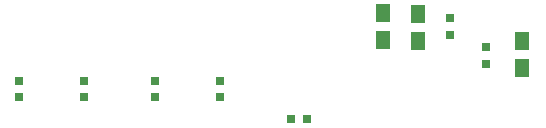
<source format=gbr>
%TF.GenerationSoftware,Altium Limited,Altium Designer,24.0.1 (36)*%
G04 Layer_Color=128*
%FSLAX45Y45*%
%MOMM*%
%TF.SameCoordinates,0E29F696-F137-483D-8A73-7D746D5A856F*%
%TF.FilePolarity,Positive*%
%TF.FileFunction,Paste,Bot*%
%TF.Part,Single*%
G01*
G75*
%TA.AperFunction,SMDPad,CuDef*%
G04:AMPARAMS|DCode=67|XSize=1.484mm|YSize=1.23mm|CornerRadius=0.07525mm|HoleSize=0mm|Usage=FLASHONLY|Rotation=270.000|XOffset=0mm|YOffset=0mm|HoleType=Round|Shape=RoundedRectangle|*
%AMROUNDEDRECTD67*
21,1,1.48400,1.07950,0,0,270.0*
21,1,1.33350,1.23000,0,0,270.0*
1,1,0.15050,-0.53975,-0.66675*
1,1,0.15050,-0.53975,0.66675*
1,1,0.15050,0.53975,0.66675*
1,1,0.15050,0.53975,-0.66675*
%
%ADD67ROUNDEDRECTD67*%
G04:AMPARAMS|DCode=70|XSize=0.722mm|YSize=0.722mm|CornerRadius=0.0181mm|HoleSize=0mm|Usage=FLASHONLY|Rotation=0.000|XOffset=0mm|YOffset=0mm|HoleType=Round|Shape=RoundedRectangle|*
%AMROUNDEDRECTD70*
21,1,0.72200,0.68580,0,0,0.0*
21,1,0.68580,0.72200,0,0,0.0*
1,1,0.03620,0.34290,-0.34290*
1,1,0.03620,-0.34290,-0.34290*
1,1,0.03620,-0.34290,0.34290*
1,1,0.03620,0.34290,0.34290*
%
%ADD70ROUNDEDRECTD70*%
G04:AMPARAMS|DCode=73|XSize=0.722mm|YSize=0.722mm|CornerRadius=0.0181mm|HoleSize=0mm|Usage=FLASHONLY|Rotation=270.000|XOffset=0mm|YOffset=0mm|HoleType=Round|Shape=RoundedRectangle|*
%AMROUNDEDRECTD73*
21,1,0.72200,0.68580,0,0,270.0*
21,1,0.68580,0.72200,0,0,270.0*
1,1,0.03620,-0.34290,-0.34290*
1,1,0.03620,-0.34290,0.34290*
1,1,0.03620,0.34290,0.34290*
1,1,0.03620,0.34290,-0.34290*
%
%ADD73ROUNDEDRECTD73*%
D67*
X5130800Y584200D02*
D03*
Y812800D02*
D03*
X4254500Y1043940D02*
D03*
Y815340D02*
D03*
X3954800Y818000D02*
D03*
Y1046600D02*
D03*
D70*
X3175000Y152400D02*
D03*
X3314700D02*
D03*
D73*
X871500Y476580D02*
D03*
Y336880D02*
D03*
X1421500Y476580D02*
D03*
Y336880D02*
D03*
X2021500Y476580D02*
D03*
Y336880D02*
D03*
X2571500Y476580D02*
D03*
Y336880D02*
D03*
X4826000Y622300D02*
D03*
Y762000D02*
D03*
X4518660Y866140D02*
D03*
Y1005840D02*
D03*
%TF.MD5,9bb035f8621e5e3bcb2e56e3f3c6e662*%
M02*

</source>
